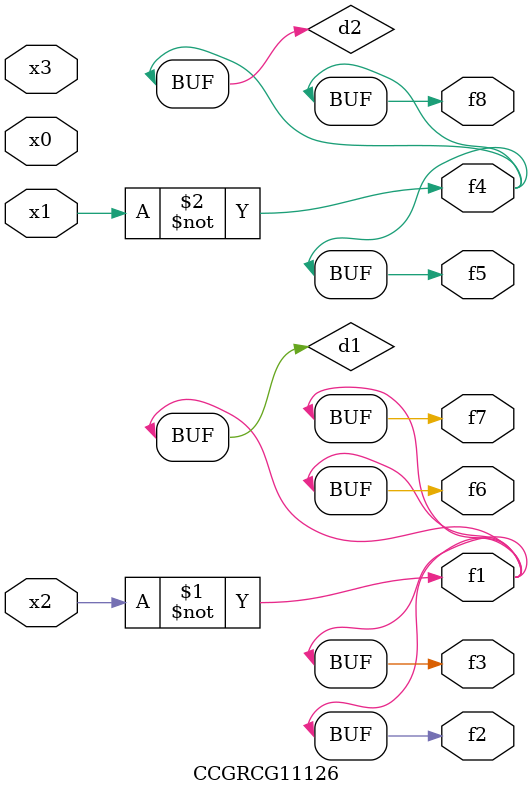
<source format=v>
module CCGRCG11126(
	input x0, x1, x2, x3,
	output f1, f2, f3, f4, f5, f6, f7, f8
);

	wire d1, d2;

	xnor (d1, x2);
	not (d2, x1);
	assign f1 = d1;
	assign f2 = d1;
	assign f3 = d1;
	assign f4 = d2;
	assign f5 = d2;
	assign f6 = d1;
	assign f7 = d1;
	assign f8 = d2;
endmodule

</source>
